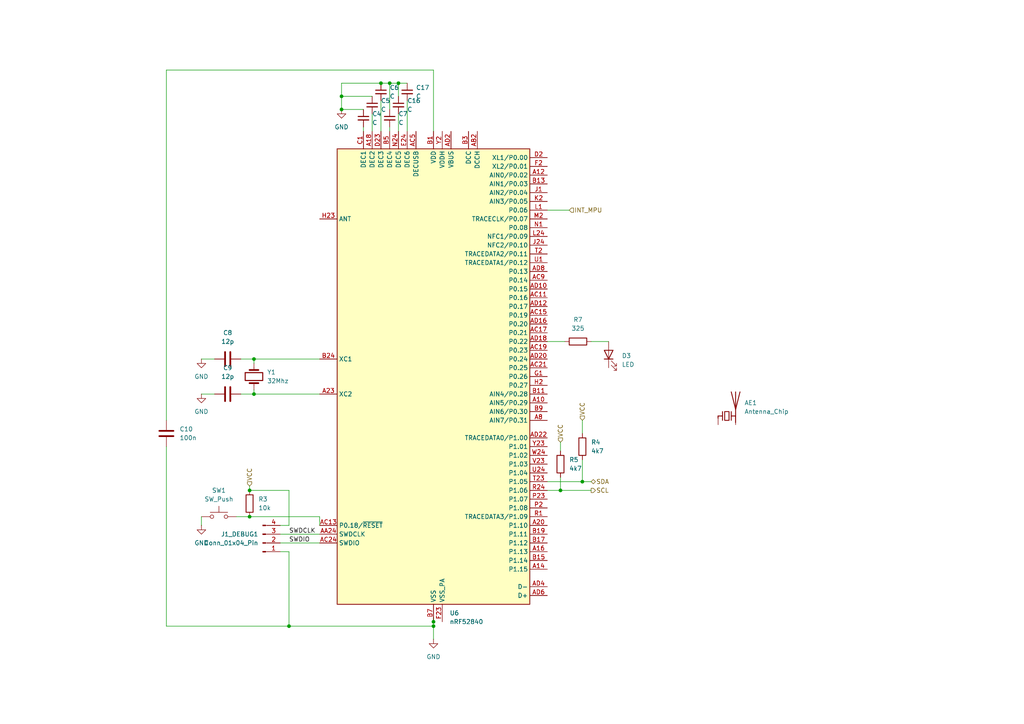
<source format=kicad_sch>
(kicad_sch (version 20250114) (generator "eeschema") (generator_version "9.0")
  (paper "A4")
  (lib_symbols
    (symbol "Connector:Conn_01x04_Pin" (pin_names (offset 1.016) (hide yes))
      (property "Reference" "J" (at 0 5.08 0))
      (property "Value" "Conn_01x04_Pin" (at 0 -7.62 0))
      (symbol "Conn_01x04_Pin_1_1"
        (rectangle (start 0.8636 2.667) (end 0 2.413) (stroke (width 0.1524)) (fill (type outline)))
        (rectangle (start 0.8636 0.127) (end 0 -0.127) (stroke (width 0.1524)) (fill (type outline)))
        (rectangle (start 0.8636 -2.413) (end 0 -2.667) (stroke (width 0.1524)) (fill (type outline)))
        (rectangle (start 0.8636 -4.953) (end 0 -5.207) (stroke (width 0.1524)) (fill (type outline)))
        (polyline (pts (xy 1.27 2.54) (xy 0.8636 2.54)) (stroke (width 0.1524)))
        (polyline (pts (xy 1.27 0) (xy 0.8636 0)) (stroke (width 0.1524)))
        (polyline (pts (xy 1.27 -2.54) (xy 0.8636 -2.54)) (stroke (width 0.1524)))
        (polyline (pts (xy 1.27 -5.08) (xy 0.8636 -5.08)) (stroke (width 0.1524)))
        (pin passive line (at 5.08 2.54 180) (length 3.81) (name "Pin_1") (number "1"))
        (pin passive line (at 5.08 0 180) (length 3.81) (name "Pin_2") (number "2"))
        (pin passive line (at 5.08 -2.54 180) (length 3.81) (name "Pin_3") (number "3"))
        (pin passive line (at 5.08 -5.08 180) (length 3.81) (name "Pin_4") (number "4"))
      )
    )
    (symbol "Device:Antenna_Chip" (pin_numbers (hide yes)) (pin_names (offset 1.016) (hide yes))
      (property "Reference" "AE" (at 0 5.08 0))
      (property "Value" "Antenna_Chip" (at 0 3.175 0))
      (symbol "Antenna_Chip_0_1"
        (polyline (pts (xy -2.54 0) (xy -2.54 -0.635)) (stroke (width 0.254)))
        (polyline (pts (xy -2.54 0) (xy -1.27 0)) (stroke (width 0.254)))
        (polyline (pts (xy -1.27 1.27) (xy -1.27 -1.27) (xy -1.27 0)) (stroke (width 0.254)))
        (polyline (pts (xy -0.635 1.27) (xy 0.635 1.27) (xy 0.635 -1.27) (xy -0.635 -1.27) (xy -0.635 1.27)) (stroke (width 0.254)))
        (polyline (pts (xy 1.27 1.27) (xy 1.27 -1.27)) (stroke (width 0.254)))
        (polyline (pts (xy 1.27 0) (xy 2.54 0)) (stroke (width 0.254)))
        (polyline (pts (xy 2.54 6.985) (xy 2.54 -1.905)) (stroke (width 0.254)))
        (polyline (pts (xy 2.54 -0.635) (xy 2.54 0)))
        (polyline (pts (xy 3.81 6.985) (xy 2.54 1.905) (xy 1.27 6.985)) (stroke (width 0.254)))
      )
      (symbol "Antenna_Chip_1_1"
        (pin input line (at -2.54 -2.54 90) (length 2.54) (name "FEED") (number "1"))
        (pin passive line (at 2.54 -2.54 90) (length 2.54) (name "PCB_Trace") (number "2"))
      )
    )
    (symbol "Device:C" (pin_numbers (hide yes)) (pin_names (offset 0.254))
      (property "Reference" "C" (at 0.635 2.54 0))
      (property "Value" "C" (at 0.635 -2.54 0))
      (symbol "C_0_1"
        (polyline (pts (xy -2.032 0.762) (xy 2.032 0.762)) (stroke (width 0.508)))
        (polyline (pts (xy -2.032 -0.762) (xy 2.032 -0.762)) (stroke (width 0.508)))
      )
      (symbol "C_1_1"
        (pin passive line (at 0 3.81 270) (length 2.794) (name "~") (number "1"))
        (pin passive line (at 0 -3.81 90) (length 2.794) (name "~") (number "2"))
      )
    )
    (symbol "Device:C_Small" (pin_numbers (hide yes)) (pin_names (offset 0.254) (hide yes))
      (property "Reference" "C" (at 0.254 1.778 0))
      (property "Value" "C_Small" (at 0.254 -2.032 0))
      (symbol "C_Small_0_1"
        (polyline (pts (xy -1.524 0.508) (xy 1.524 0.508)) (stroke (width 0.3048)))
        (polyline (pts (xy -1.524 -0.508) (xy 1.524 -0.508)) (stroke (width 0.3302)))
      )
      (symbol "C_Small_1_1"
        (pin passive line (at 0 2.54 270) (length 2.032) (name "~") (number "1"))
        (pin passive line (at 0 -2.54 90) (length 2.032) (name "~") (number "2"))
      )
    )
    (symbol "Device:Crystal" (pin_numbers (hide yes)) (pin_names (offset 1.016) (hide yes))
      (property "Reference" "Y" (at 0 3.81 0))
      (property "Value" "Crystal" (at 0 -3.81 0))
      (symbol "Crystal_0_1"
        (polyline (pts (xy -2.54 0) (xy -1.905 0)))
        (polyline (pts (xy -1.905 -1.27) (xy -1.905 1.27)) (stroke (width 0.508)))
        (rectangle (start -1.143 2.54) (end 1.143 -2.54) (stroke (width 0.3048)))
        (polyline (pts (xy 1.905 -1.27) (xy 1.905 1.27)) (stroke (width 0.508)))
        (polyline (pts (xy 2.54 0) (xy 1.905 0)))
      )
      (symbol "Crystal_1_1"
        (pin passive line (at -3.81 0 0) (length 1.27) (name "1") (number "1"))
        (pin passive line (at 3.81 0 180) (length 1.27) (name "2") (number "2"))
      )
    )
    (symbol "Device:LED" (pin_numbers (hide yes)) (pin_names (offset 1.016) (hide yes))
      (property "Reference" "D" (at 0 2.54 0))
      (property "Value" "LED" (at 0 -2.54 0))
      (symbol "LED_0_1"
        (polyline (pts (xy -3.048 -0.762) (xy -4.572 -2.286) (xy -3.81 -2.286) (xy -4.572 -2.286) (xy -4.572 -1.524)))
        (polyline (pts (xy -1.778 -0.762) (xy -3.302 -2.286) (xy -2.54 -2.286) (xy -3.302 -2.286) (xy -3.302 -1.524)))
        (polyline (pts (xy -1.27 0) (xy 1.27 0)))
        (polyline (pts (xy -1.27 -1.27) (xy -1.27 1.27)) (stroke (width 0.254)))
        (polyline (pts (xy 1.27 -1.27) (xy 1.27 1.27) (xy -1.27 0) (xy 1.27 -1.27)) (stroke (width 0.254)))
      )
      (symbol "LED_1_1"
        (pin passive line (at -3.81 0 0) (length 2.54) (name "K") (number "1"))
        (pin passive line (at 3.81 0 180) (length 2.54) (name "A") (number "2"))
      )
    )
    (symbol "Device:R" (pin_numbers (hide yes)) (pin_names (offset 0))
      (property "Reference" "R" (at 2.032 0 90))
      (property "Value" "R" (at 0 0 90))
      (symbol "R_0_1"
        (rectangle (start -1.016 -2.54) (end 1.016 2.54) (stroke (width 0.254)))
      )
      (symbol "R_1_1"
        (pin passive line (at 0 3.81 270) (length 1.27) (name "~") (number "1"))
        (pin passive line (at 0 -3.81 90) (length 1.27) (name "~") (number "2"))
      )
    )
    (symbol "MCU_Nordic:nRF52840"
      (property "Reference" "U" (at 0 5.08 0))
      (property "Value" "nRF52840" (at 0 2.54 0))
      (symbol "nRF52840_0_1"
        (rectangle (start -27.94 66.04) (end 27.94 -66.04) (stroke (width 0.254)) (fill (type background)))
      )
      (symbol "nRF52840_1_1"
        (pin passive line (at -33.02 45.72 0) (length 5.08) (name "ANT") (number "H23"))
        (pin input line (at -33.02 5.08 0) (length 5.08) (name "XC1") (number "B24"))
        (pin input line (at -33.02 -5.08 0) (length 5.08) (name "XC2") (number "A23"))
        (pin bidirectional line (at -33.02 -43.18 0) (length 5.08) (name "P0.18/~{RESET}") (number "AC13"))
        (pin input line (at -33.02 -45.72 0) (length 5.08) (name "SWDCLK") (number "AA24"))
        (pin bidirectional line (at -33.02 -48.26 0) (length 5.08) (name "SWDIO") (number "AC24"))
        (pin passive line (at -20.32 71.12 270) (length 5.08) (name "DEC1") (number "C1"))
        (pin passive line (at -17.78 71.12 270) (length 5.08) (name "DEC2") (number "A18"))
        (pin passive line (at -15.24 71.12 270) (length 5.08) (name "DEC3") (number "D23"))
        (pin passive line (at -12.7 71.12 270) (length 5.08) (name "DEC4") (number "B5"))
        (pin passive line (at -10.16 71.12 270) (length 5.08) (name "DEC5") (number "N24"))
        (pin passive line (at -7.62 71.12 270) (length 5.08) (name "DEC6") (number "E24"))
        (pin passive line (at -5.08 71.12 270) (length 5.08) (name "DECUSB") (number "AC5"))
        (pin passive line (at 0 71.12 270) (length 5.08) (hide yes) (name "VDD") (number "A22"))
        (pin passive line (at 0 71.12 270) (length 5.08) (hide yes) (name "VDD") (number "AD14"))
        (pin passive line (at 0 71.12 270) (length 5.08) (hide yes) (name "VDD") (number "AD23"))
        (pin power_in line (at 0 71.12 270) (length 5.08) (name "VDD") (number "B1"))
        (pin passive line (at 0 71.12 270) (length 5.08) (hide yes) (name "VDD") (number "W1"))
        (pin power_in line (at 0 -71.12 90) (length 5.08) (name "VSS") (number "B7"))
        (pin passive line (at 0 -71.12 90) (length 5.08) (hide yes) (name "VSS") (number "EP"))
        (pin power_in line (at 2.54 71.12 270) (length 5.08) (name "VDDH") (number "Y2"))
        (pin power_in line (at 2.54 -71.12 90) (length 5.08) (name "VSS_PA") (number "F23"))
        (pin power_in line (at 5.08 71.12 270) (length 5.08) (name "VBUS") (number "AD2"))
        (pin power_out line (at 10.16 71.12 270) (length 5.08) (name "DCC") (number "B3"))
        (pin power_out line (at 12.7 71.12 270) (length 5.08) (name "DCCH") (number "AB2"))
        (pin bidirectional line (at 33.02 63.5 180) (length 5.08) (name "XL1/P0.00") (number "D2"))
        (pin bidirectional line (at 33.02 60.96 180) (length 5.08) (name "XL2/P0.01") (number "F2"))
        (pin bidirectional line (at 33.02 58.42 180) (length 5.08) (name "AIN0/P0.02") (number "A12"))
        (pin bidirectional line (at 33.02 55.88 180) (length 5.08) (name "AIN1/P0.03") (number "B13"))
        (pin bidirectional line (at 33.02 53.34 180) (length 5.08) (name "AIN2/P0.04") (number "J1"))
        (pin bidirectional line (at 33.02 50.8 180) (length 5.08) (name "AIN3/P0.05") (number "K2"))
        (pin bidirectional line (at 33.02 48.26 180) (length 5.08) (name "P0.06") (number "L1"))
        (pin bidirectional line (at 33.02 45.72 180) (length 5.08) (name "TRACECLK/P0.07") (number "M2"))
        (pin bidirectional line (at 33.02 43.18 180) (length 5.08) (name "P0.08") (number "N1"))
        (pin bidirectional line (at 33.02 40.64 180) (length 5.08) (name "NFC1/P0.09") (number "L24"))
        (pin bidirectional line (at 33.02 38.1 180) (length 5.08) (name "NFC2/P0.10") (number "J24"))
        (pin bidirectional line (at 33.02 35.56 180) (length 5.08) (name "TRACEDATA2/P0.11") (number "T2"))
        (pin bidirectional line (at 33.02 33.02 180) (length 5.08) (name "TRACEDATA1/P0.12") (number "U1"))
        (pin bidirectional line (at 33.02 30.48 180) (length 5.08) (name "P0.13") (number "AD8"))
        (pin bidirectional line (at 33.02 27.94 180) (length 5.08) (name "P0.14") (number "AC9"))
        (pin bidirectional line (at 33.02 25.4 180) (length 5.08) (name "P0.15") (number "AD10"))
        (pin bidirectional line (at 33.02 22.86 180) (length 5.08) (name "P0.16") (number "AC11"))
        (pin bidirectional line (at 33.02 20.32 180) (length 5.08) (name "P0.17") (number "AD12"))
        (pin bidirectional line (at 33.02 17.78 180) (length 5.08) (name "P0.19") (number "AC15"))
        (pin bidirectional line (at 33.02 15.24 180) (length 5.08) (name "P0.20") (number "AD16"))
        (pin bidirectional line (at 33.02 12.7 180) (length 5.08) (name "P0.21") (number "AC17"))
        (pin bidirectional line (at 33.02 10.16 180) (length 5.08) (name "P0.22") (number "AD18"))
        (pin bidirectional line (at 33.02 7.62 180) (length 5.08) (name "P0.23") (number "AC19"))
        (pin bidirectional line (at 33.02 5.08 180) (length 5.08) (name "P0.24") (number "AD20"))
        (pin bidirectional line (at 33.02 2.54 180) (length 5.08) (name "P0.25") (number "AC21"))
        (pin bidirectional line (at 33.02 0 180) (length 5.08) (name "P0.26") (number "G1"))
        (pin bidirectional line (at 33.02 -2.54 180) (length 5.08) (name "P0.27") (number "H2"))
        (pin bidirectional line (at 33.02 -5.08 180) (length 5.08) (name "AIN4/P0.28") (number "B11"))
        (pin bidirectional line (at 33.02 -7.62 180) (length 5.08) (name "AIN5/P0.29") (number "A10"))
        (pin bidirectional line (at 33.02 -10.16 180) (length 5.08) (name "AIN6/P0.30") (number "B9"))
        (pin bidirectional line (at 33.02 -12.7 180) (length 5.08) (name "AIN7/P0.31") (number "A8"))
        (pin bidirectional line (at 33.02 -17.78 180) (length 5.08) (name "TRACEDATA0/P1.00") (number "AD22"))
        (pin bidirectional line (at 33.02 -20.32 180) (length 5.08) (name "P1.01") (number "Y23"))
        (pin bidirectional line (at 33.02 -22.86 180) (length 5.08) (name "P1.02") (number "W24"))
        (pin bidirectional line (at 33.02 -25.4 180) (length 5.08) (name "P1.03") (number "V23"))
        (pin bidirectional line (at 33.02 -27.94 180) (length 5.08) (name "P1.04") (number "U24"))
        (pin bidirectional line (at 33.02 -30.48 180) (length 5.08) (name "P1.05") (number "T23"))
        (pin bidirectional line (at 33.02 -33.02 180) (length 5.08) (name "P1.06") (number "R24"))
        (pin bidirectional line (at 33.02 -35.56 180) (length 5.08) (name "P1.07") (number "P23"))
        (pin bidirectional line (at 33.02 -38.1 180) (length 5.08) (name "P1.08") (number "P2"))
        (pin bidirectional line (at 33.02 -40.64 180) (length 5.08) (name "TRACEDATA3/P1.09") (number "R1"))
        (pin bidirectional line (at 33.02 -43.18 180) (length 5.08) (name "P1.10") (number "A20"))
        (pin bidirectional line (at 33.02 -45.72 180) (length 5.08) (name "P1.11") (number "B19"))
        (pin bidirectional line (at 33.02 -48.26 180) (length 5.08) (name "P1.12") (number "B17"))
        (pin bidirectional line (at 33.02 -50.8 180) (length 5.08) (name "P1.13") (number "A16"))
        (pin bidirectional line (at 33.02 -53.34 180) (length 5.08) (name "P1.14") (number "B15"))
        (pin bidirectional line (at 33.02 -55.88 180) (length 5.08) (name "P1.15") (number "A14"))
        (pin bidirectional line (at 33.02 -60.96 180) (length 5.08) (name "D-") (number "AD4"))
        (pin bidirectional line (at 33.02 -63.5 180) (length 5.08) (name "D+") (number "AD6"))
      )
    )
    (symbol "Switch:SW_Push" (pin_numbers (hide yes)) (pin_names (offset 1.016) (hide yes))
      (property "Reference" "SW" (at 1.27 2.54 0))
      (property "Value" "SW_Push" (at 0 -1.524 0))
      (symbol "SW_Push_0_1"
        (circle (center -2.032 0) (radius 0.508))
        (polyline (pts (xy 0 1.27) (xy 0 3.048)))
        (circle (center 2.032 0) (radius 0.508))
        (polyline (pts (xy 2.54 1.27) (xy -2.54 1.27)))
        (pin passive line (at -5.08 0 0) (length 2.54) (name "1") (number "1"))
        (pin passive line (at 5.08 0 180) (length 2.54) (name "2") (number "2"))
      )
    )
    (symbol "power:GND" (power) (pin_numbers (hide yes)) (pin_names (offset 0) (hide yes))
      (property "Value" "GND" (at 0 -3.81 0))
      (symbol "GND_0_1"
        (polyline (pts (xy 0 0) (xy 0 -1.27) (xy 1.27 -1.27) (xy 0 -2.54) (xy -1.27 -1.27) (xy 0 -1.27)))
      )
      (symbol "GND_1_1"
        (pin power_in line (at 0 0 270) (length 0) (name "~") (number "1"))
      )
    )
  )
  (junction (at 125.73 181.61))
  (junction (at 115.57 24.13))
  (junction (at 110.49 24.13))
  (junction (at 99.06 27.94))
  (junction (at 73.66 104.14))
  (junction (at 83.82 181.61))
  (junction (at 72.39 142.24))
  (junction (at 72.39 149.86))
  (junction (at 99.06 31.75))
  (junction (at 162.56 142.24))
  (junction (at 73.66 114.3))
  (junction (at 113.03 24.13))
  (junction (at 125.73 180.34))
  (junction (at 168.91 139.7))
  (wire (pts (xy 58.42 104.14) (xy 62.23 104.14)))
  (wire (pts (xy 125.73 38.1) (xy 125.73 20.32)))
  (wire (pts (xy 113.03 24.13) (xy 115.57 24.13)))
  (wire (pts (xy 73.66 104.14) (xy 73.66 105.41)))
  (wire (pts (xy 99.06 31.75) (xy 99.06 27.94)))
  (wire (pts (xy 69.85 104.14) (xy 73.66 104.14)))
  (wire (pts (xy 83.82 181.61) (xy 125.73 181.61)))
  (wire (pts (xy 162.56 138.43) (xy 162.56 142.24)))
  (wire (pts (xy 125.73 179.07) (xy 125.73 180.34)))
  (wire (pts (xy 125.73 20.32) (xy 48.26 20.32)))
  (wire (pts (xy 73.66 104.14) (xy 92.71 104.14)))
  (wire (pts (xy 58.42 114.3) (xy 62.23 114.3)))
  (wire (pts (xy 83.82 142.24) (xy 72.39 142.24)))
  (wire (pts (xy 48.26 20.32) (xy 48.26 121.92)))
  (wire (pts (xy 73.66 114.3) (xy 69.85 114.3)))
  (wire (pts (xy 81.28 152.4) (xy 83.82 152.4)))
  (wire (pts (xy 165.1 60.96) (xy 158.75 60.96)))
  (wire (pts (xy 158.75 139.7) (xy 168.91 139.7)))
  (wire (pts (xy 105.41 36.83) (xy 105.41 38.1)))
  (wire (pts (xy 83.82 152.4) (xy 83.82 142.24)))
  (wire (pts (xy 176.53 99.06) (xy 171.45 99.06)))
  (wire (pts (xy 168.91 121.92) (xy 168.91 125.73)))
  (wire (pts (xy 125.73 181.61) (xy 125.73 185.42)))
  (wire (pts (xy 115.57 33.02) (xy 115.57 38.1)))
  (wire (pts (xy 99.06 27.94) (xy 107.95 27.94)))
  (wire (pts (xy 92.71 149.86) (xy 92.71 152.4)))
  (wire (pts (xy 110.49 24.13) (xy 99.06 24.13)))
  (wire (pts (xy 118.11 29.21) (xy 118.11 38.1)))
  (wire (pts (xy 162.56 128.27) (xy 162.56 130.81)))
  (wire (pts (xy 115.57 24.13) (xy 115.57 27.94)))
  (wire (pts (xy 73.66 114.3) (xy 92.71 114.3)))
  (wire (pts (xy 105.41 31.75) (xy 99.06 31.75)))
  (wire (pts (xy 113.03 36.83) (xy 113.03 38.1)))
  (wire (pts (xy 72.39 140.97) (xy 72.39 142.24)))
  (wire (pts (xy 92.71 157.48) (xy 81.28 157.48)))
  (wire (pts (xy 48.26 129.54) (xy 48.26 181.61)))
  (wire (pts (xy 115.57 24.13) (xy 118.11 24.13)))
  (wire (pts (xy 125.73 180.34) (xy 125.73 181.61)))
  (wire (pts (xy 168.91 139.7) (xy 171.45 139.7)))
  (wire (pts (xy 110.49 29.21) (xy 110.49 38.1)))
  (wire (pts (xy 113.03 31.75) (xy 113.03 24.13)))
  (wire (pts (xy 73.66 113.03) (xy 73.66 114.3)))
  (wire (pts (xy 110.49 24.13) (xy 113.03 24.13)))
  (wire (pts (xy 48.26 181.61) (xy 83.82 181.61)))
  (wire (pts (xy 58.42 149.86) (xy 58.42 152.4)))
  (wire (pts (xy 83.82 160.02) (xy 83.82 181.61)))
  (wire (pts (xy 168.91 133.35) (xy 168.91 139.7)))
  (wire (pts (xy 83.82 160.02) (xy 81.28 160.02)))
  (wire (pts (xy 162.56 142.24) (xy 171.45 142.24)))
  (wire (pts (xy 99.06 24.13) (xy 99.06 27.94)))
  (wire (pts (xy 158.75 142.24) (xy 162.56 142.24)))
  (wire (pts (xy 92.71 154.94) (xy 81.28 154.94)))
  (wire (pts (xy 163.83 99.06) (xy 158.75 99.06)))
  (wire (pts (xy 107.95 33.02) (xy 107.95 38.1)))
  (wire (pts (xy 92.71 149.86) (xy 72.39 149.86)))
  (wire (pts (xy 72.39 149.86) (xy 68.58 149.86)))
  (label "SWDCLK" (at 83.82 154.94 0))
  (label "SWDIO" (at 83.82 157.48 0))
  (hierarchical_label "SCL" (shape output) (at 171.45 142.24 0))
  (hierarchical_label "SDA" (shape bidirectional) (at 171.45 139.7 0))
  (hierarchical_label "INT_MPU" (shape input) (at 165.1 60.96 0))
  (hierarchical_label "VCC" (shape input) (at 168.91 121.92 90))
  (hierarchical_label "VCC" (shape input) (at 162.56 128.27 90))
  (hierarchical_label "VCC" (shape input) (at 72.39 140.97 90))
  (symbol (lib_id "power:GND") (at 99.06 31.75 0) (unit 1)
    (property "Reference" "#PWR01" (effects (hide yes)))
    (property "Value" "GND" (at 99.06 36.83 0))
    (property "Description" "Power symbol creates a global label with name \"GND\" , ground" (effects (hide yes)))
  )
  (symbol (lib_id "Device:C_Small") (at 110.49 26.67 0) (unit 1)
    (property "Reference" "C6" (at 113.03 25.4062 0) (effects (justify left)))
    (property "Value" "C" (at 113.03 27.9462 0) (effects (justify left)))
    (property "Description" "Unpolarized capacitor, small symbol" (effects (hide yes)))
  )
  (symbol (lib_id "Device:R") (at 167.64 99.06 90) (unit 1)
    (property "Reference" "R7" (at 167.64 92.71 90))
    (property "Value" "325" (at 167.64 95.25 90))
    (property "Footprint" "Resistor_SMD:R_0603_1608Metric_Pad0.98x0.95mm_HandSolder" (effects (hide yes)))
    (property "Description" "Resistor" (effects (hide yes)))
  )
  (symbol (lib_id "Device:C_Small") (at 107.95 30.48 0) (unit 1)
    (property "Reference" "C5" (at 110.49 29.2162 0) (effects (justify left)))
    (property "Value" "C" (at 110.49 31.7562 0) (effects (justify left)))
    (property "Description" "Unpolarized capacitor, small symbol" (effects (hide yes)))
  )
  (symbol (lib_id "Device:C_Small") (at 105.41 34.29 0) (unit 1)
    (property "Reference" "C4" (at 107.95 33.0262 0) (effects (justify left)))
    (property "Value" "C" (at 107.95 35.5662 0) (effects (justify left)))
    (property "Description" "Unpolarized capacitor, small symbol" (effects (hide yes)))
  )
  (symbol (lib_id "Device:C") (at 66.04 104.14 90) (unit 1)
    (property "Reference" "C8" (at 66.04 96.52 90))
    (property "Value" "12p" (at 66.04 99.06 90))
    (property "Footprint" "Capacitor_SMD:C_0603_1608Metric_Pad1.08x0.95mm_HandSolder" (effects (hide yes)))
    (property "Description" "Unpolarized capacitor" (effects (hide yes)))
  )
  (symbol (lib_id "Device:C") (at 66.04 114.3 90) (unit 1)
    (property "Reference" "C9" (at 66.04 106.68 90))
    (property "Value" "12p" (at 66.04 109.22 90))
    (property "Footprint" "Capacitor_SMD:C_0603_1608Metric_Pad1.08x0.95mm_HandSolder" (effects (hide yes)))
    (property "Description" "Unpolarized capacitor" (effects (hide yes)))
  )
  (symbol (lib_id "Switch:SW_Push") (at 63.5 149.86 0) (mirror y) (unit 1)
    (property "Reference" "SW1" (at 63.5 142.24 0))
    (property "Value" "SW_Push" (at 63.5 144.78 0))
    (property "Footprint" "Button_Switch_SMD:SW_SPST_B3S-1000" (effects (hide yes)))
    (property "Description" "Push button switch, generic, two pins" (effects (hide yes)))
  )
  (symbol (lib_id "power:GND") (at 125.73 185.42 0) (unit 1)
    (property "Reference" "#PWR014" (effects (hide yes)))
    (property "Value" "GND" (at 125.73 190.5 0))
    (property "Description" "Power symbol creates a global label with name \"GND\" , ground" (effects (hide yes)))
  )
  (symbol (lib_id "Device:C_Small") (at 118.11 26.67 0) (unit 1)
    (property "Reference" "C17" (at 120.65 25.4062 0) (effects (justify left)))
    (property "Value" "C" (at 120.65 27.9462 0) (effects (justify left)))
    (property "Description" "Unpolarized capacitor, small symbol" (effects (hide yes)))
  )
  (symbol (lib_id "Device:Crystal") (at 73.66 109.22 90) (unit 1)
    (property "Reference" "Y1" (at 77.47 107.9499 90) (effects (justify right)))
    (property "Value" "32Mhz" (at 77.47 110.4899 90) (effects (justify right)))
    (property "Footprint" "Crystal:Crystal_SMD_0603-2Pin_6.0x3.5mm" (effects (hide yes)))
    (property "Description" "Two pin crystal" (effects (hide yes)))
  )
  (symbol (lib_id "Device:LED") (at 176.53 102.87 90) (unit 1)
    (property "Reference" "D3" (at 180.34 103.1874 90) (effects (justify right)))
    (property "Value" "LED" (at 180.34 105.7274 90) (effects (justify right)))
    (property "Footprint" "LED_SMD:LED_1206_3216Metric_Pad1.42x1.75mm_HandSolder" (effects (hide yes)))
    (property "Description" "Light emitting diode" (effects (hide yes)))
    (property "Sim.Pins" "1=K 2=A" (effects (hide yes)))
  )
  (symbol (lib_id "power:GND") (at 58.42 104.14 0) (unit 1)
    (property "Reference" "#PWR05" (effects (hide yes)))
    (property "Value" "GND" (at 58.42 109.22 0))
    (property "Description" "Power symbol creates a global label with name \"GND\" , ground" (effects (hide yes)))
  )
  (symbol (lib_id "Device:C_Small") (at 115.57 30.48 0) (unit 1)
    (property "Reference" "C16" (at 118.11 29.2162 0) (effects (justify left)))
    (property "Value" "C" (at 118.11 31.7562 0) (effects (justify left)))
    (property "Description" "Unpolarized capacitor, small symbol" (effects (hide yes)))
  )
  (symbol (lib_id "Device:C") (at 48.26 125.73 0) (unit 1)
    (property "Reference" "C10" (at 52.07 124.4599 0) (effects (justify left)))
    (property "Value" "100n" (at 52.07 126.9999 0) (effects (justify left)))
    (property "Footprint" "Capacitor_SMD:C_0603_1608Metric_Pad1.08x0.95mm_HandSolder" (effects (hide yes)))
    (property "Description" "Unpolarized capacitor" (effects (hide yes)))
  )
  (symbol (lib_id "Device:R") (at 168.91 129.54 0) (unit 1)
    (property "Reference" "R4" (at 171.45 128.2699 0) (effects (justify left)))
    (property "Value" "4k7" (at 171.45 130.8099 0) (effects (justify left)))
    (property "Footprint" "Resistor_SMD:R_0603_1608Metric_Pad0.98x0.95mm_HandSolder" (effects (hide yes)))
    (property "Description" "Resistor" (effects (hide yes)))
  )
  (symbol (lib_id "Connector:Conn_01x04_Pin") (at 76.2 157.48 0) (mirror x) (unit 1)
    (property "Reference" "J1_DEBUG1" (at 74.93 154.9399 0) (effects (justify right)))
    (property "Value" "Conn_01x04_Pin" (at 74.93 157.4799 0) (effects (justify right)))
    (property "Footprint" "Connector_PinHeader_1.00mm:PinHeader_1x04_P1.00mm_Vertical" (effects (hide yes)))
    (property "Description" "Generic connector, single row, 01x04, script generated" (effects (hide yes)))
  )
  (symbol (lib_id "power:GND") (at 58.42 114.3 0) (unit 1)
    (property "Reference" "#PWR06" (effects (hide yes)))
    (property "Value" "GND" (at 58.42 119.38 0))
    (property "Description" "Power symbol creates a global label with name \"GND\" , ground" (effects (hide yes)))
  )
  (symbol (lib_id "power:GND") (at 58.42 152.4 0) (mirror y) (unit 1)
    (property "Reference" "#PWR07" (effects (hide yes)))
    (property "Value" "GND" (at 58.42 157.48 0))
    (property "Description" "Power symbol creates a global label with name \"GND\" , ground" (effects (hide yes)))
  )
  (symbol (lib_id "Device:R") (at 162.56 134.62 0) (unit 1)
    (property "Reference" "R5" (at 165.1 133.3499 0) (effects (justify left)))
    (property "Value" "4k7" (at 165.1 135.8899 0) (effects (justify left)))
    (property "Footprint" "Resistor_SMD:R_0603_1608Metric_Pad0.98x0.95mm_HandSolder" (effects (hide yes)))
    (property "Description" "Resistor" (effects (hide yes)))
  )
  (symbol (lib_id "Device:R") (at 72.39 146.05 0) (mirror x) (unit 1)
    (property "Reference" "R3" (at 74.93 144.7799 0) (effects (justify left)))
    (property "Value" "10k" (at 74.93 147.3199 0) (effects (justify left)))
    (property "Footprint" "Resistor_SMD:R_0603_1608Metric_Pad0.98x0.95mm_HandSolder" (effects (hide yes)))
    (property "Description" "Resistor" (effects (hide yes)))
  )
  (symbol (lib_id "MCU_Nordic:nRF52840") (at 125.73 109.22 0) (unit 1)
    (property "Reference" "U6" (at 130.4133 177.8 0) (effects (justify left)))
    (property "Value" "nRF52840" (at 130.4133 180.34 0) (effects (justify left)))
    (property "Footprint" "Package_DFN_QFN:Nordic_AQFN-73-1EP_7x7mm_P0.5mm" (effects (hide yes)))
    (property "Datasheet" "http://infocenter.nordicsemi.com/topic/com.nordic.infocenter.nrf52/dita/nrf52/chips/nrf52840.html" (effects (hide yes)))
    (property "Description" "Multiprotocol BLE/ANT/2.4 GHz/802.15.4 Cortex-M4F SoC, AQFN-73" (effects (hide yes)))
  )
  (symbol (lib_id "Device:Antenna_Chip") (at 210.82 120.65 0) (unit 1)
    (property "Reference" "AE1" (at 215.9 116.8399 0) (effects (justify left)))
    (property "Value" "Antenna_Chip" (at 215.9 119.3799 0) (effects (justify left)))
    (property "Footprint" "RF_Antenna:Johanson_2450AT18x100" (effects (hide yes)))
    (property "Description" "Ceramic chip antenna with pin for PCB trace" (effects (hide yes)))
  )
  (symbol (lib_id "Device:C_Small") (at 113.03 34.29 0) (unit 1)
    (property "Reference" "C7" (at 115.57 33.0262 0) (effects (justify left)))
    (property "Value" "C" (at 115.57 35.5662 0) (effects (justify left)))
    (property "Description" "Unpolarized capacitor, small symbol" (effects (hide yes)))
  )
)
</source>
